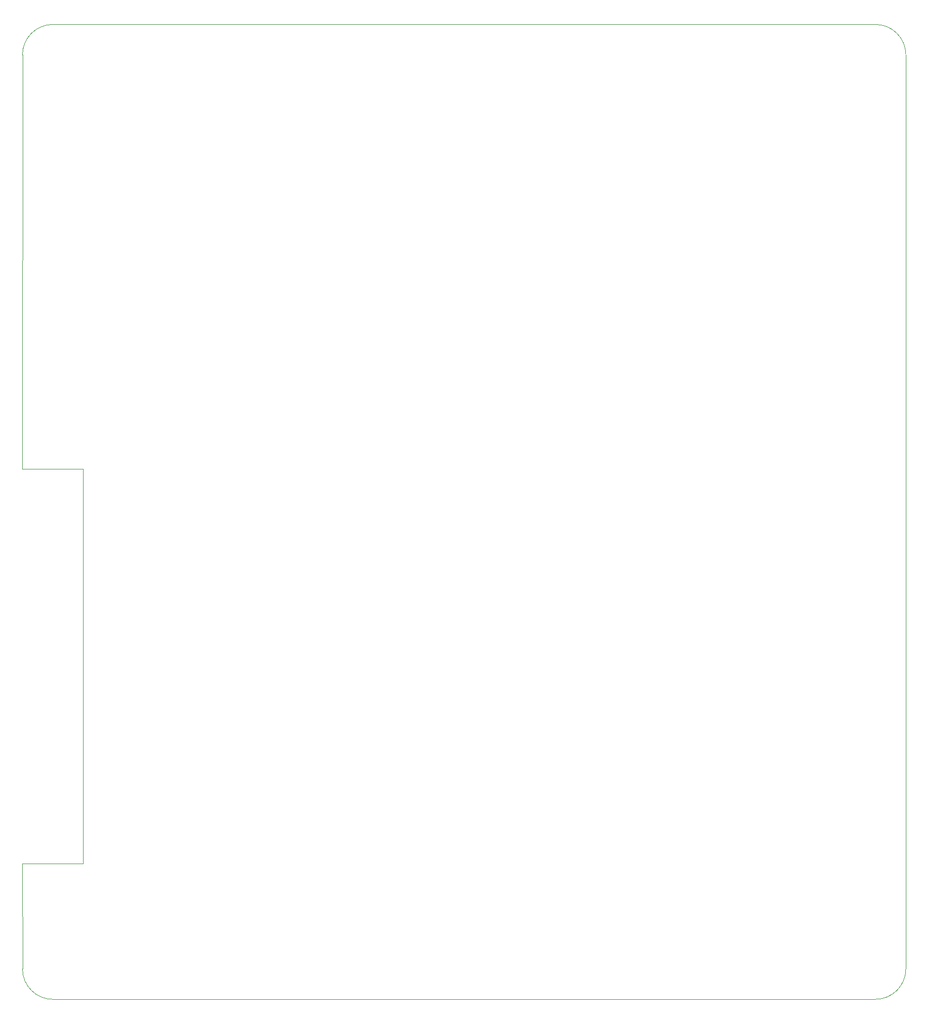
<source format=gbr>
%TF.GenerationSoftware,KiCad,Pcbnew,(5.99.0-7356-g63088e8bdb)*%
%TF.CreationDate,2020-12-15T21:08:54+08:00*%
%TF.ProjectId,DaughterBoard,44617567-6874-4657-9242-6f6172642e6b,rev?*%
%TF.SameCoordinates,Original*%
%TF.FileFunction,Profile,NP*%
%FSLAX46Y46*%
G04 Gerber Fmt 4.6, Leading zero omitted, Abs format (unit mm)*
G04 Created by KiCad (PCBNEW (5.99.0-7356-g63088e8bdb)) date 2020-12-15 21:08:54*
%MOMM*%
%LPD*%
G01*
G04 APERTURE LIST*
%TA.AperFunction,Profile*%
%ADD10C,0.100000*%
%TD*%
G04 APERTURE END LIST*
D10*
X34925000Y-99060000D02*
X24968200Y-99060000D01*
X24973000Y-181102000D02*
X24968200Y-163830000D01*
X24968200Y-99060000D02*
X24973000Y-31102000D01*
X29973000Y-26102000D02*
X164973000Y-26102000D01*
X29973000Y-186102000D02*
X164973000Y-186102000D01*
X24973000Y-181102000D02*
G75*
G03*
X29973000Y-186102000I5000000J0D01*
G01*
X34925000Y-163830000D02*
X24968200Y-163830000D01*
X169973000Y-31102000D02*
X169973000Y-181102000D01*
X29973000Y-26102000D02*
G75*
G03*
X24973000Y-31102000I0J-5000000D01*
G01*
X164973000Y-26102000D02*
G75*
G02*
X169973000Y-31102000I0J-5000000D01*
G01*
X34925000Y-99060000D02*
X34925000Y-163830000D01*
X164973000Y-186102000D02*
G75*
G03*
X169973000Y-181102000I0J5000000D01*
G01*
M02*

</source>
